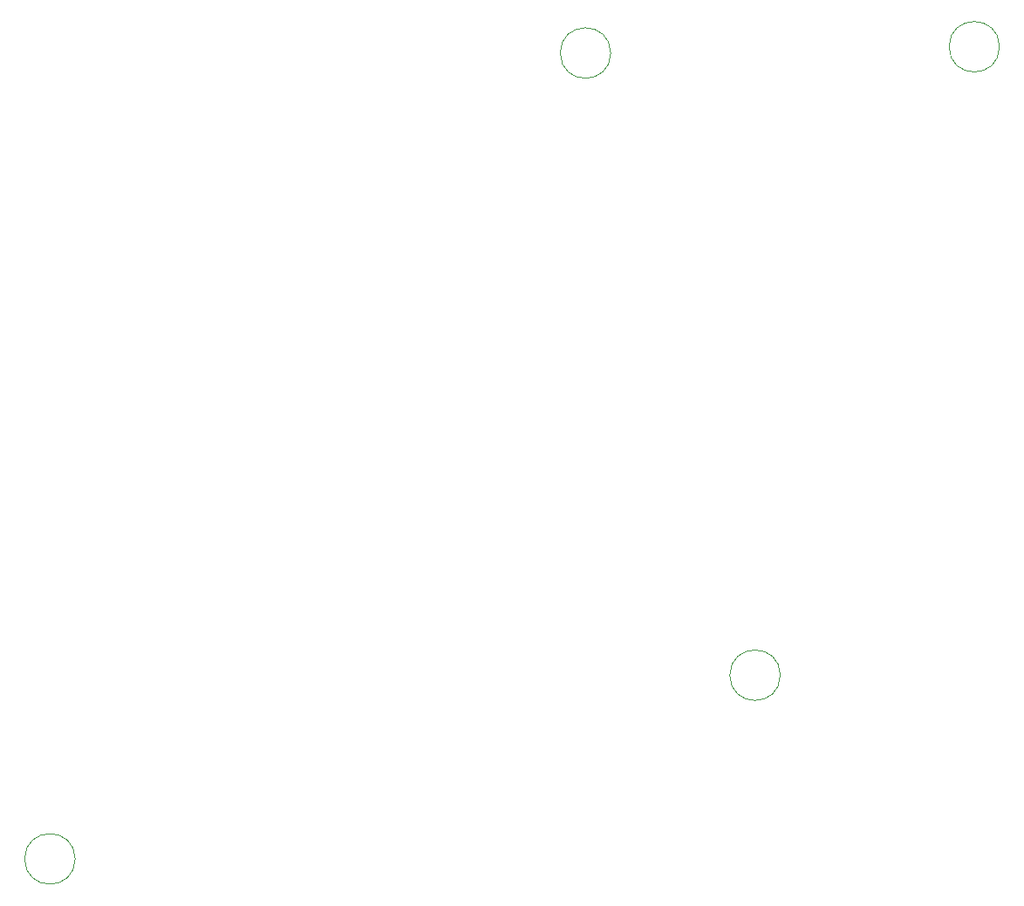
<source format=gbr>
%TF.GenerationSoftware,KiCad,Pcbnew,9.0.2-9.0.2-0~ubuntu24.04.1*%
%TF.CreationDate,2025-07-03T20:08:43-04:00*%
%TF.ProjectId,raw split bottom,72617720-7370-46c6-9974-20626f74746f,rev?*%
%TF.SameCoordinates,Original*%
%TF.FileFunction,Other,User*%
%FSLAX46Y46*%
G04 Gerber Fmt 4.6, Leading zero omitted, Abs format (unit mm)*
G04 Created by KiCad (PCBNEW 9.0.2-9.0.2-0~ubuntu24.04.1) date 2025-07-03 20:08:43*
%MOMM*%
%LPD*%
G01*
G04 APERTURE LIST*
%ADD10C,0.050000*%
G04 APERTURE END LIST*
D10*
%TO.C,  *%
X158930000Y-67780000D02*
G75*
G02*
X154030000Y-67780000I-2450000J0D01*
G01*
X154030000Y-67780000D02*
G75*
G02*
X158930000Y-67780000I2450000J0D01*
G01*
X175390000Y-128190000D02*
G75*
G02*
X170490000Y-128190000I-2450000J0D01*
G01*
X170490000Y-128190000D02*
G75*
G02*
X175390000Y-128190000I2450000J0D01*
G01*
X106940000Y-146030000D02*
G75*
G02*
X102040000Y-146030000I-2450000J0D01*
G01*
X102040000Y-146030000D02*
G75*
G02*
X106940000Y-146030000I2450000J0D01*
G01*
X196670000Y-67170000D02*
G75*
G02*
X191770000Y-67170000I-2450000J0D01*
G01*
X191770000Y-67170000D02*
G75*
G02*
X196670000Y-67170000I2450000J0D01*
G01*
%TD*%
M02*

</source>
